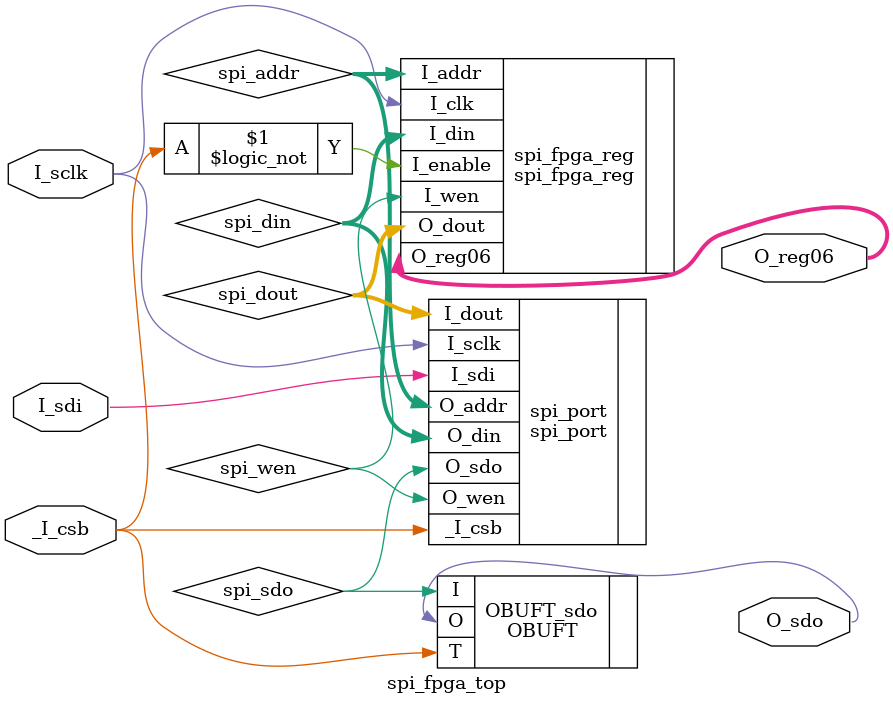
<source format=v>
module spi_fpga_top
(
	//			------- SPI inputs -------
	//
	input I_sclk,						// Serial data clock
	input _I_csb,						// Chip select - active low
	input I_sdi,						// Serial data input
	//
	//			------- SPI outputs -------
	//
	output O_sdo,						// Serial data output
	output [7:0] O_reg06  			// Registered output
	//
);

localparam integer SPI_ADDR_SIZE = 8;		// Size of SPI address
localparam integer SPI_DATA_SIZE = 8;		// Size of SPI data

wire [SPI_ADDR_SIZE - 1:0] spi_addr;		// Deserialized SPI address
wire [SPI_DATA_SIZE - 1:0] spi_din;			// Deserialized SPI input data
wire [SPI_DATA_SIZE - 1:0] spi_dout;		// Deserialized SPI output data

wire spi_sdo;			// SPI serial data output
wire spi_wen;			// SPI register write enable

// Instantiate tri-state output buffer for SDO.
OBUFT OBUFT_sdo
(
	.O(O_sdo),		// Buffer output (connect directly to top-level port)
	.I(spi_sdo), 	// Buffer input
	.T(_I_csb) 		// 3-state enable input
);

// Instantiate SPI port.
spi_port #
(
	.ADDR_SIZE(SPI_ADDR_SIZE)		// Address size ([1, 13] for current standard)
)
spi_port
(
	.I_sclk(I_sclk),					// Serial data clock
	._I_csb(_I_csb),					// Active low chip select
	.I_sdi(I_sdi),						// Serial data input
	.I_dout(spi_dout),				// Parallel data output (input to be encoded into O_sdo)
	.O_sdo(spi_sdo),					// Serial data output
	.O_wen(spi_wen),					// Write enable for parallel data input
	.O_addr(spi_addr),				// Decoded address
	.O_din(spi_din)					// Parallel data input (output decoded from I_sdi)
);

// Instantiate FPGA programming registers.
spi_fpga_reg spi_fpga_reg
(
	.I_clk(I_sclk),					// Master clock
	.I_enable(!_I_csb),				// Enable for memory access
	.I_wen(spi_wen),					// Register write enable
	.I_addr(spi_addr),				// Input read/write address
	.I_din(spi_din),					// Input data
	.O_dout(spi_dout),				// Output data
	.O_reg06(O_reg06) 				// Registered output data
);

endmodule

</source>
